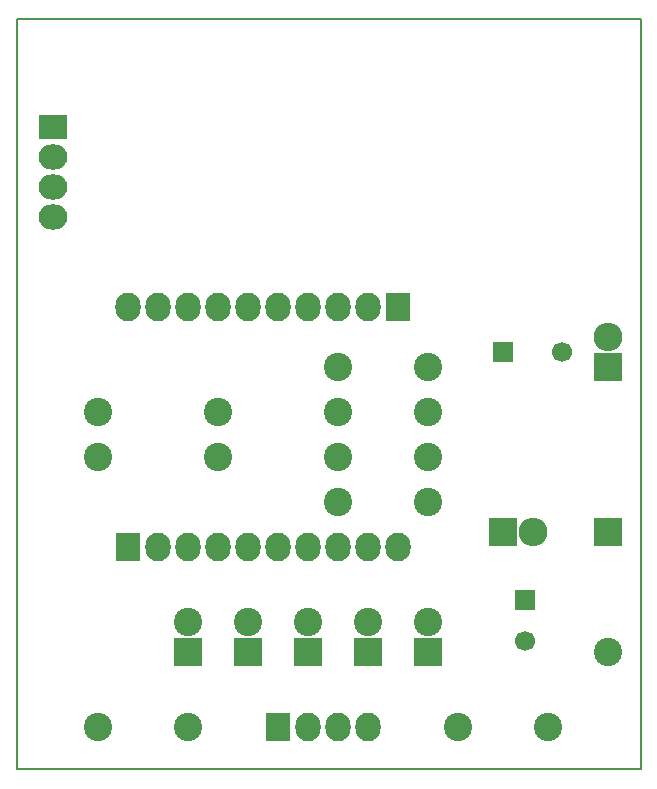
<source format=gbr>
G04 #@! TF.FileFunction,Soldermask,Top*
%FSLAX46Y46*%
G04 Gerber Fmt 4.6, Leading zero omitted, Abs format (unit mm)*
G04 Created by KiCad (PCBNEW 4.0.5+dfsg1-4) date Thu Jul 16 18:06:26 2020*
%MOMM*%
%LPD*%
G01*
G04 APERTURE LIST*
%ADD10C,0.150000*%
%ADD11C,2.398980*%
%ADD12R,2.400000X2.400000*%
%ADD13C,2.400000*%
%ADD14R,2.432000X2.127200*%
%ADD15O,2.432000X2.127200*%
%ADD16R,2.127200X2.432000*%
%ADD17O,2.127200X2.432000*%
%ADD18R,1.700000X1.700000*%
%ADD19C,1.700000*%
%ADD20R,2.432000X2.432000*%
%ADD21O,2.432000X2.432000*%
%ADD22R,2.398980X2.398980*%
G04 APERTURE END LIST*
D10*
X123952000Y-67056000D02*
X123952000Y-130556000D01*
X176784000Y-67056000D02*
X123952000Y-67056000D01*
X176784000Y-130556000D02*
X176784000Y-67056000D01*
X123952000Y-130556000D02*
X176784000Y-130556000D01*
D11*
X158750000Y-96520000D03*
X151130000Y-96520000D03*
X151130000Y-100330000D03*
X158750000Y-100330000D03*
X151130000Y-107950000D03*
X158750000Y-107950000D03*
X151130000Y-104140000D03*
X158750000Y-104140000D03*
X130810000Y-127000000D03*
X138430000Y-127000000D03*
X130810000Y-100330000D03*
X140970000Y-100330000D03*
X130810000Y-104140000D03*
X140970000Y-104140000D03*
D12*
X138430000Y-120650000D03*
D13*
X138430000Y-118110000D03*
D12*
X143510000Y-120650000D03*
D13*
X143510000Y-118110000D03*
D12*
X148590000Y-120650000D03*
D13*
X148590000Y-118110000D03*
D12*
X153670000Y-120650000D03*
D13*
X153670000Y-118110000D03*
D12*
X158750000Y-120650000D03*
D13*
X158750000Y-118110000D03*
D14*
X127000000Y-76200000D03*
D15*
X127000000Y-78740000D03*
X127000000Y-81280000D03*
X127000000Y-83820000D03*
D16*
X133350000Y-111760000D03*
D17*
X135890000Y-111760000D03*
X138430000Y-111760000D03*
X140970000Y-111760000D03*
X143510000Y-111760000D03*
X146050000Y-111760000D03*
X148590000Y-111760000D03*
X151130000Y-111760000D03*
X153670000Y-111760000D03*
X156210000Y-111760000D03*
D16*
X156210000Y-91440000D03*
D17*
X153670000Y-91440000D03*
X151130000Y-91440000D03*
X148590000Y-91440000D03*
X146050000Y-91440000D03*
X143510000Y-91440000D03*
X140970000Y-91440000D03*
X138430000Y-91440000D03*
X135890000Y-91440000D03*
X133350000Y-91440000D03*
D18*
X165100000Y-95250000D03*
D19*
X170100000Y-95250000D03*
D20*
X165100000Y-110490000D03*
D21*
X167640000Y-110490000D03*
D20*
X173990000Y-96520000D03*
D21*
X173990000Y-93980000D03*
D19*
X167005000Y-119705000D03*
D18*
X167005000Y-116205000D03*
D16*
X146050000Y-127000000D03*
D17*
X148590000Y-127000000D03*
X151130000Y-127000000D03*
X153670000Y-127000000D03*
D11*
X168910000Y-127000000D03*
X161290000Y-127000000D03*
X173992540Y-120650000D03*
D22*
X173992540Y-110490000D03*
M02*

</source>
